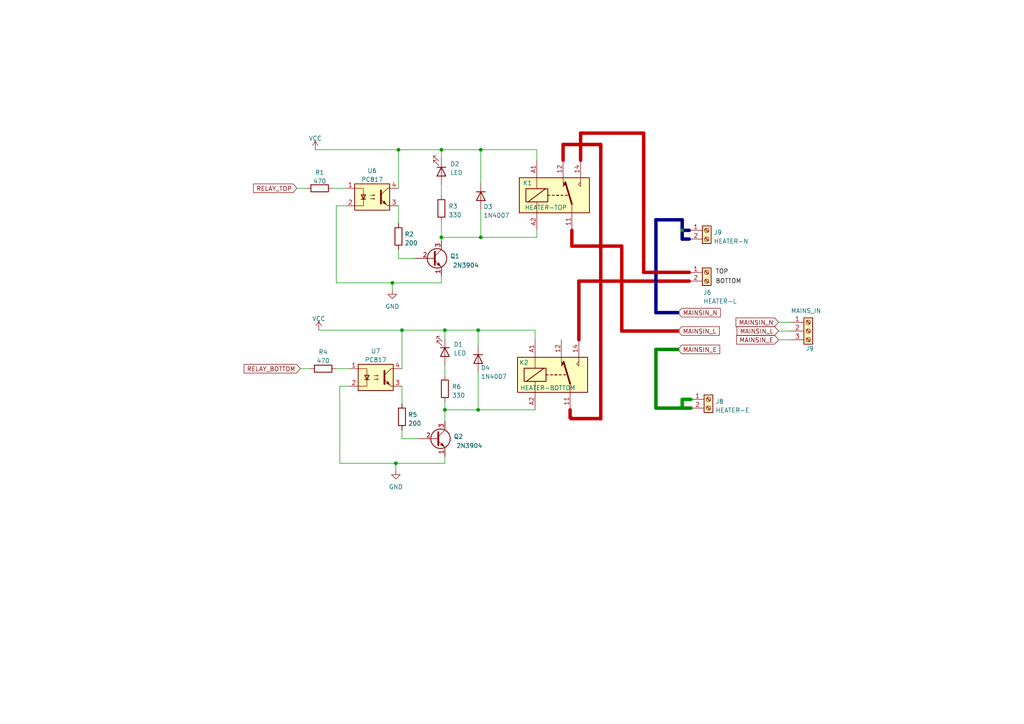
<source format=kicad_sch>
(kicad_sch (version 20230121) (generator eeschema)
  (paper "A4")
  (lib_symbols
    (symbol "Connector:Screw_Terminal_01x02" (pin_names (offset 1.016) hide)
      (property "Reference" "J" (at 0 2.54 0))
      (property "Value" "Screw_Terminal_01x02" (at 0 -5.08 0))
      (symbol "Screw_Terminal_01x02_1_1"
        (rectangle (start -1.27 1.27) (end 1.27 -3.81) (stroke (width 0.254)) (fill (type background)))
        (circle (center 0 -2.54) (radius 0.635) (stroke (width 0.1524)))
        (polyline (pts (xy -0.5334 -2.2098) (xy 0.3302 -3.048)) (stroke (width 0.1524)))
        (polyline (pts (xy -0.5334 0.3302) (xy 0.3302 -0.508)) (stroke (width 0.1524)))
        (polyline (pts (xy -0.3556 -2.032) (xy 0.508 -2.8702)) (stroke (width 0.1524)))
        (polyline (pts (xy -0.3556 0.508) (xy 0.508 -0.3302)) (stroke (width 0.1524)))
        (circle (center 0 0) (radius 0.635) (stroke (width 0.1524)))
        (pin passive line (at -5.08 0 0) (length 3.81) (name "Pin_1") (number "1"))
        (pin passive line (at -5.08 -2.54 0) (length 3.81) (name "Pin_2") (number "2"))
      )
    )
    (symbol "Connector:Screw_Terminal_01x03" (pin_names (offset 1.016) hide)
      (property "Reference" "J" (at 0 5.08 0))
      (property "Value" "Screw_Terminal_01x03" (at 0 -5.08 0))
      (symbol "Screw_Terminal_01x03_1_1"
        (rectangle (start -1.27 3.81) (end 1.27 -3.81) (stroke (width 0.254)) (fill (type background)))
        (circle (center 0 -2.54) (radius 0.635) (stroke (width 0.1524)))
        (polyline (pts (xy -0.5334 -2.2098) (xy 0.3302 -3.048)) (stroke (width 0.1524)))
        (polyline (pts (xy -0.5334 0.3302) (xy 0.3302 -0.508)) (stroke (width 0.1524)))
        (polyline (pts (xy -0.5334 2.8702) (xy 0.3302 2.032)) (stroke (width 0.1524)))
        (polyline (pts (xy -0.3556 -2.032) (xy 0.508 -2.8702)) (stroke (width 0.1524)))
        (polyline (pts (xy -0.3556 0.508) (xy 0.508 -0.3302)) (stroke (width 0.1524)))
        (polyline (pts (xy -0.3556 3.048) (xy 0.508 2.2098)) (stroke (width 0.1524)))
        (circle (center 0 0) (radius 0.635) (stroke (width 0.1524)))
        (circle (center 0 2.54) (radius 0.635) (stroke (width 0.1524)))
        (pin passive line (at -5.08 2.54 0) (length 3.81) (name "Pin_1") (number "1"))
        (pin passive line (at -5.08 0 0) (length 3.81) (name "Pin_2") (number "2"))
        (pin passive line (at -5.08 -2.54 0) (length 3.81) (name "Pin_3") (number "3"))
      )
    )
    (symbol "Device:LED" (pin_numbers hide) (pin_names (offset 1.016) hide)
      (property "Reference" "D" (at 0 2.54 0))
      (property "Value" "LED" (at 0 -2.54 0))
      (symbol "LED_0_1"
        (polyline (pts (xy -1.27 -1.27) (xy -1.27 1.27)) (stroke (width 0.254)))
        (polyline (pts (xy -1.27 0) (xy 1.27 0)))
        (polyline (pts (xy 1.27 -1.27) (xy 1.27 1.27) (xy -1.27 0) (xy 1.27 -1.27)) (stroke (width 0.254)))
        (polyline (pts (xy -3.048 -0.762) (xy -4.572 -2.286) (xy -3.81 -2.286) (xy -4.572 -2.286) (xy -4.572 -1.524)))
        (polyline (pts (xy -1.778 -0.762) (xy -3.302 -2.286) (xy -2.54 -2.286) (xy -3.302 -2.286) (xy -3.302 -1.524)))
      )
      (symbol "LED_1_1"
        (pin passive line (at -3.81 0 0) (length 2.54) (name "K") (number "1"))
        (pin passive line (at 3.81 0 180) (length 2.54) (name "A") (number "2"))
      )
    )
    (symbol "Device:R" (pin_numbers hide) (pin_names (offset 0))
      (property "Reference" "R" (at 2.032 0 90))
      (property "Value" "R" (at 0 0 90))
      (symbol "R_0_1"
        (rectangle (start -1.016 -2.54) (end 1.016 2.54) (stroke (width 0.254)))
      )
      (symbol "R_1_1"
        (pin passive line (at 0 3.81 270) (length 1.27) (name "~") (number "1"))
        (pin passive line (at 0 -3.81 90) (length 1.27) (name "~") (number "2"))
      )
    )
    (symbol "Diode:1N4007" (pin_numbers hide) (pin_names hide)
      (property "Reference" "D" (at 0 2.54 0))
      (property "Value" "1N4007" (at 0 -2.54 0))
      (symbol "1N4007_0_1"
        (polyline (pts (xy -1.27 1.27) (xy -1.27 -1.27)) (stroke (width 0.254)))
        (polyline (pts (xy 1.27 0) (xy -1.27 0)))
        (polyline (pts (xy 1.27 1.27) (xy 1.27 -1.27) (xy -1.27 0) (xy 1.27 1.27)) (stroke (width 0.254)))
      )
      (symbol "1N4007_1_1"
        (pin passive line (at -3.81 0 0) (length 2.54) (name "K") (number "1"))
        (pin passive line (at 3.81 0 180) (length 2.54) (name "A") (number "2"))
      )
    )
    (symbol "Isolator:PC817" (pin_names (offset 1.016))
      (property "Reference" "U" (at -5.08 5.08 0))
      (property "Value" "PC817" (at 0 5.08 0))
      (symbol "PC817_0_1"
        (rectangle (start -5.08 3.81) (end 5.08 -3.81) (stroke (width 0.254)) (fill (type background)))
        (polyline (pts (xy -3.175 -0.635) (xy -1.905 -0.635)) (stroke (width 0.254)))
        (polyline (pts (xy 2.54 0.635) (xy 4.445 2.54)))
        (polyline (pts (xy 4.445 -2.54) (xy 2.54 -0.635)) (fill (type outline)))
        (polyline (pts (xy 4.445 -2.54) (xy 5.08 -2.54)))
        (polyline (pts (xy 4.445 2.54) (xy 5.08 2.54)))
        (polyline (pts (xy -5.08 2.54) (xy -2.54 2.54) (xy -2.54 -0.635)))
        (polyline (pts (xy -2.54 -0.635) (xy -2.54 -2.54) (xy -5.08 -2.54)))
        (polyline (pts (xy 2.54 1.905) (xy 2.54 -1.905) (xy 2.54 -1.905)) (stroke (width 0.508)))
        (polyline (pts (xy -2.54 -0.635) (xy -3.175 0.635) (xy -1.905 0.635) (xy -2.54 -0.635)) (stroke (width 0.254)))
        (polyline (pts (xy -0.508 -0.508) (xy 0.762 -0.508) (xy 0.381 -0.635) (xy 0.381 -0.381) (xy 0.762 -0.508)))
        (polyline (pts (xy -0.508 0.508) (xy 0.762 0.508) (xy 0.381 0.381) (xy 0.381 0.635) (xy 0.762 0.508)))
        (polyline (pts (xy 3.048 -1.651) (xy 3.556 -1.143) (xy 4.064 -2.159) (xy 3.048 -1.651) (xy 3.048 -1.651)) (fill (type outline)))
      )
      (symbol "PC817_1_1"
        (pin passive line (at -7.62 2.54 0) (length 2.54) (name "~") (number "1"))
        (pin passive line (at -7.62 -2.54 0) (length 2.54) (name "~") (number "2"))
        (pin passive line (at 7.62 -2.54 180) (length 2.54) (name "~") (number "3"))
        (pin passive line (at 7.62 2.54 180) (length 2.54) (name "~") (number "4"))
      )
    )
    (symbol "Relay:RAYEX-L90S"
      (property "Reference" "K" (at 11.43 3.81 0))
      (property "Value" "RAYEX-L90S" (at 11.43 1.27 0))
      (symbol "RAYEX-L90S_1_0"
        (polyline (pts (xy 2.54 3.81) (xy 2.54 5.08)))
        (polyline (pts (xy 7.62 3.81) (xy 7.62 5.08)))
        (polyline (pts (xy 7.62 3.81) (xy 7.62 2.54) (xy 6.985 3.175) (xy 7.62 3.81)))
      )
      (symbol "RAYEX-L90S_1_1"
        (rectangle (start -10.16 5.08) (end 10.16 -5.08) (stroke (width 0.254)) (fill (type background)))
        (rectangle (start -8.255 1.905) (end -1.905 -1.905) (stroke (width 0.254)))
        (polyline (pts (xy -7.62 -1.905) (xy -2.54 1.905)) (stroke (width 0.254)))
        (polyline (pts (xy -5.08 -5.08) (xy -5.08 -1.905)))
        (polyline (pts (xy -5.08 5.08) (xy -5.08 1.905)))
        (polyline (pts (xy -1.905 0) (xy -1.27 0)) (stroke (width 0.254)))
        (polyline (pts (xy -0.635 0) (xy 0 0)) (stroke (width 0.254)))
        (polyline (pts (xy 0.635 0) (xy 1.27 0)) (stroke (width 0.254)))
        (polyline (pts (xy 0.635 0) (xy 1.27 0)) (stroke (width 0.254)))
        (polyline (pts (xy 1.905 0) (xy 2.54 0)) (stroke (width 0.254)))
        (polyline (pts (xy 3.175 0) (xy 3.81 0)) (stroke (width 0.254)))
        (polyline (pts (xy 5.08 -2.54) (xy 3.175 3.81)) (stroke (width 0.508)))
        (polyline (pts (xy 5.08 -2.54) (xy 5.08 -5.08)))
        (polyline (pts (xy 2.54 2.54) (xy 3.175 3.175) (xy 2.54 3.81)) (fill (type outline)))
        (pin passive line (at 5.08 -10.16 90) (length 5.08) (name "~") (number "11"))
        (pin passive line (at 2.54 10.16 270) (length 5.08) (name "~") (number "12"))
        (pin passive line (at 7.62 10.16 270) (length 5.08) (name "~") (number "14"))
        (pin passive line (at -5.08 10.16 270) (length 5.08) (name "~") (number "A1"))
        (pin passive line (at -5.08 -10.16 90) (length 5.08) (name "~") (number "A2"))
      )
    )
    (symbol "Transistor_BJT:2N3904" (pin_names (offset 0) hide)
      (property "Reference" "Q" (at 5.08 1.905 0))
      (property "Value" "2N3904" (at 5.08 0 0))
      (symbol "2N3904_0_1"
        (polyline (pts (xy 0.635 0.635) (xy 2.54 2.54)))
        (polyline (pts (xy 0.635 -0.635) (xy 2.54 -2.54) (xy 2.54 -2.54)))
        (polyline (pts (xy 0.635 1.905) (xy 0.635 -1.905) (xy 0.635 -1.905)) (stroke (width 0.508)))
        (polyline (pts (xy 1.27 -1.778) (xy 1.778 -1.27) (xy 2.286 -2.286) (xy 1.27 -1.778) (xy 1.27 -1.778)) (fill (type outline)))
        (circle (center 1.27 0) (radius 2.8194) (stroke (width 0.254)))
      )
      (symbol "2N3904_1_1"
        (pin passive line (at 2.54 -5.08 90) (length 2.54) (name "E") (number "1"))
        (pin passive line (at -5.08 0 0) (length 5.715) (name "B") (number "2"))
        (pin passive line (at 2.54 5.08 270) (length 2.54) (name "C") (number "3"))
      )
    )
    (symbol "power:GND" (power) (pin_names (offset 0))
      (property "Value" "GND" (at 0 -3.81 0))
      (symbol "GND_0_1"
        (polyline (pts (xy 0 0) (xy 0 -1.27) (xy 1.27 -1.27) (xy 0 -2.54) (xy -1.27 -1.27) (xy 0 -1.27)))
      )
      (symbol "GND_1_1"
        (pin power_in line (at 0 0 270) (length 0) hide (name "GND") (number "1"))
      )
    )
    (symbol "power:VCC" (power) (pin_names (offset 0))
      (property "Value" "VCC" (at 0 3.81 0))
      (symbol "VCC_0_1"
        (polyline (pts (xy -0.762 1.27) (xy 0 2.54)))
        (polyline (pts (xy 0 0) (xy 0 2.54)))
        (polyline (pts (xy 0 2.54) (xy 0.762 1.27)))
      )
      (symbol "VCC_1_1"
        (pin power_in line (at 0 0 90) (length 0) hide (name "VCC") (number "1"))
      )
    )
  )
  (junction (at 138.684 118.872))
  (junction (at 138.684 95.758))
  (junction (at 197.866 66.802))
  (junction (at 197.866 118.364))
  (junction (at 113.792 82.042))
  (junction (at 128.016 43.434))
  (junction (at 116.586 95.758))
  (junction (at 139.446 43.434))
  (junction (at 115.57 43.434))
  (junction (at 129.032 95.758))
  (junction (at 139.446 68.834))
  (junction (at 128.016 68.834))
  (junction (at 129.032 118.872))
  (junction (at 114.808 134.366))
  (wire (pts (xy 186.69 38.608) (xy 186.69 78.994)) (stroke (width 1) (color 194 0 0 1)))
  (wire (pts (xy 113.792 82.042) (xy 113.792 84.074)))
  (wire (pts (xy 114.808 134.366) (xy 114.808 136.398)))
  (wire (pts (xy 199.898 69.342) (xy 197.866 69.342)) (stroke (width 1) (color 0 0 132 1)))
  (wire (pts (xy 129.032 95.758) (xy 138.684 95.758)))
  (wire (pts (xy 174.244 41.91) (xy 163.322 41.91)) (stroke (width 1) (color 194 0 0 1)))
  (wire (pts (xy 128.016 64.262) (xy 128.016 68.834)))
  (wire (pts (xy 139.446 68.834) (xy 128.016 68.834)))
  (wire (pts (xy 167.894 81.534) (xy 167.894 98.552)) (stroke (width 1) (color 194 0 0 1)))
  (wire (pts (xy 115.57 59.69) (xy 115.57 64.77)))
  (wire (pts (xy 100.33 59.69) (xy 97.536 59.69)))
  (wire (pts (xy 165.862 66.802) (xy 165.862 71.374)) (stroke (width 1) (color 194 0 0 1)))
  (wire (pts (xy 190.246 118.364) (xy 197.866 118.364)) (stroke (width 1) (color 0 132 0 1)))
  (wire (pts (xy 155.194 95.758) (xy 138.684 95.758)))
  (wire (pts (xy 115.57 43.434) (xy 115.57 54.61)))
  (wire (pts (xy 92.456 95.758) (xy 116.586 95.758)))
  (wire (pts (xy 129.032 105.918) (xy 129.032 108.966)))
  (wire (pts (xy 155.194 118.872) (xy 138.684 118.872)))
  (wire (pts (xy 101.346 112.014) (xy 98.552 112.014)))
  (wire (pts (xy 190.246 63.754) (xy 197.866 63.754)) (stroke (width 1) (color 0 0 132 1)))
  (wire (pts (xy 128.016 53.594) (xy 128.016 56.642)))
  (wire (pts (xy 225.806 98.552) (xy 229.362 98.552)))
  (wire (pts (xy 139.446 68.834) (xy 155.702 68.834)))
  (wire (pts (xy 180.34 96.012) (xy 196.596 96.012)) (stroke (width 1) (color 194 0 0 1)))
  (wire (pts (xy 97.536 106.934) (xy 101.346 106.934)))
  (wire (pts (xy 168.402 38.608) (xy 168.402 46.482)) (stroke (width 1) (color 194 0 0 1)))
  (wire (pts (xy 225.806 96.012) (xy 229.362 96.012)))
  (wire (pts (xy 190.246 101.346) (xy 196.596 101.346)) (stroke (width 1) (color 0 132 0 1)))
  (wire (pts (xy 165.608 121.158) (xy 165.354 121.158)) (stroke (width 1) (color 194 0 0 1)))
  (wire (pts (xy 197.866 118.364) (xy 200.406 118.364)) (stroke (width 1) (color 0 132 0 1)))
  (wire (pts (xy 115.57 72.39) (xy 115.57 74.93)))
  (wire (pts (xy 116.586 95.758) (xy 129.032 95.758)))
  (wire (pts (xy 128.016 43.434) (xy 139.446 43.434)))
  (wire (pts (xy 155.194 98.552) (xy 155.194 95.758)))
  (wire (pts (xy 139.446 60.706) (xy 139.446 68.834)))
  (wire (pts (xy 163.322 41.91) (xy 163.322 46.482)) (stroke (width 1) (color 194 0 0 1)))
  (wire (pts (xy 180.34 71.374) (xy 165.862 71.374)) (stroke (width 1) (color 194 0 0 1)))
  (wire (pts (xy 138.684 95.758) (xy 138.684 100.33)))
  (wire (pts (xy 129.032 132.334) (xy 129.032 134.366)))
  (wire (pts (xy 128.016 68.834) (xy 128.016 69.85)))
  (wire (pts (xy 200.406 115.824) (xy 197.866 115.824)) (stroke (width 1)))
  (wire (pts (xy 225.806 93.472) (xy 229.362 93.472)))
  (wire (pts (xy 190.246 90.678) (xy 196.596 90.678)) (stroke (width 1) (color 0 0 132 1)))
  (wire (pts (xy 167.894 81.534) (xy 199.898 81.534)) (stroke (width 1) (color 194 0 0 1)))
  (wire (pts (xy 197.866 69.342) (xy 197.866 66.802)) (stroke (width 1) (color 0 0 132 1)))
  (wire (pts (xy 174.244 41.91) (xy 174.244 121.412)) (stroke (width 1) (color 194 0 0 1)))
  (wire (pts (xy 186.69 38.608) (xy 168.402 38.608)) (stroke (width 1) (color 194 0 0 1)))
  (wire (pts (xy 138.684 107.95) (xy 138.684 118.872)))
  (wire (pts (xy 114.808 134.366) (xy 129.032 134.366)))
  (wire (pts (xy 155.702 68.834) (xy 155.702 66.802)))
  (wire (pts (xy 197.866 63.754) (xy 197.866 66.802)) (stroke (width 1) (color 0 0 132 1)))
  (wire (pts (xy 96.52 54.61) (xy 100.33 54.61)))
  (wire (pts (xy 139.446 43.434) (xy 139.446 53.086)))
  (wire (pts (xy 197.866 115.824) (xy 197.866 118.364)) (stroke (width 1)))
  (wire (pts (xy 197.866 66.802) (xy 197.866 66.548)))
  (wire (pts (xy 165.608 121.158) (xy 165.608 121.412)) (stroke (width 1) (color 194 0 0 1)))
  (wire (pts (xy 128.016 43.434) (xy 128.016 45.974)))
  (wire (pts (xy 138.684 95.504) (xy 138.684 95.758)))
  (wire (pts (xy 155.702 43.434) (xy 155.702 46.482)))
  (wire (pts (xy 97.536 82.042) (xy 113.792 82.042)))
  (wire (pts (xy 116.586 124.714) (xy 116.586 127.254)))
  (wire (pts (xy 116.586 112.014) (xy 116.586 117.094)))
  (wire (pts (xy 128.016 80.01) (xy 128.016 82.042)))
  (wire (pts (xy 97.536 59.69) (xy 97.536 82.042)))
  (wire (pts (xy 113.792 82.042) (xy 128.016 82.042)))
  (wire (pts (xy 116.586 127.254) (xy 121.412 127.254)))
  (wire (pts (xy 98.552 112.014) (xy 98.552 134.366)))
  (wire (pts (xy 98.552 134.366) (xy 114.808 134.366)))
  (wire (pts (xy 86.106 54.61) (xy 88.9 54.61)))
  (wire (pts (xy 115.57 43.434) (xy 128.016 43.434)))
  (wire (pts (xy 91.44 43.434) (xy 115.57 43.434)))
  (wire (pts (xy 139.446 43.434) (xy 155.702 43.434)))
  (wire (pts (xy 190.246 101.346) (xy 190.246 118.364)) (stroke (width 1) (color 0 132 0 1)))
  (wire (pts (xy 197.866 66.802) (xy 199.898 66.802)) (stroke (width 1) (color 0 0 132 1)))
  (wire (pts (xy 87.122 106.934) (xy 89.916 106.934)))
  (wire (pts (xy 190.246 90.678) (xy 190.246 63.754)) (stroke (width 1) (color 0 0 132 1)))
  (wire (pts (xy 186.69 78.994) (xy 199.898 78.994)) (stroke (width 1) (color 194 0 0 1)))
  (wire (pts (xy 115.57 74.93) (xy 120.396 74.93)))
  (wire (pts (xy 165.354 121.158) (xy 165.354 118.872)) (stroke (width 1) (color 194 0 0 1)))
  (wire (pts (xy 129.032 116.586) (xy 129.032 118.872)))
  (wire (pts (xy 129.032 118.872) (xy 129.032 122.174)))
  (wire (pts (xy 180.34 71.374) (xy 180.34 96.012)) (stroke (width 1) (color 194 0 0 1)))
  (wire (pts (xy 174.244 121.412) (xy 165.608 121.412)) (stroke (width 1) (color 194 0 0 1)))
  (wire (pts (xy 129.032 118.872) (xy 138.684 118.872)))
  (wire (pts (xy 129.032 95.758) (xy 129.032 98.298)))
  (wire (pts (xy 116.586 95.758) (xy 116.586 106.934)))
  (label "BOTTOM" (at 207.518 82.55 0))
  (label "TOP" (at 207.518 79.756 0))
  (global_label "RELAY_BOTTOM" (shape input) (at 87.122 106.934 180) (property "Intersheetrefs" "${INTERSHEET_REFS}" (effects hide)))
  (global_label "MAINSIN_E" (shape input) (at 225.806 98.552 180) (property "Intersheetrefs" "${INTERSHEET_REFS}" (effects hide)))
  (global_label "MAINSIN_L" (shape input) (at 225.806 96.012 180) (property "Intersheetrefs" "${INTERSHEET_REFS}" (effects hide)))
  (global_label "RELAY_TOP" (shape input) (at 86.106 54.61 180) (property "Intersheetrefs" "${INTERSHEET_REFS}" (effects hide)))
  (global_label "MAINSIN_N" (shape input) (at 225.806 93.472 180) (property "Intersheetrefs" "${INTERSHEET_REFS}" (effects hide)))
  (global_label "MAINSIN_E" (shape input) (at 196.596 101.346 0) (property "Intersheetrefs" "${INTERSHEET_REFS}" (effects hide)))
  (global_label "MAINSIN_L" (shape input) (at 196.596 96.012 0) (property "Intersheetrefs" "${INTERSHEET_REFS}" (effects hide)))
  (global_label "MAINSIN_N" (shape input) (at 196.596 90.678 0) (property "Intersheetrefs" "${INTERSHEET_REFS}" (effects hide)))
  (netclass_flag "" (length 2.54) (shape round) (at 174.244 45.212 0) (property "Netclass" "MAINS" (effects hide)))
  (symbol (lib_id "power:GND") (at 113.792 84.074 0) (unit 1)
    (property "Reference" "#PWR02" (effects hide))
    (property "Value" "GND" (at 113.792 88.9 0))
    (instances (project "immersion-controller" (path "" (reference "#PWR02") (unit 1)) (path "" (reference "#PWR010") (unit 1))))
  )
  (symbol (lib_id "Device:LED") (at 128.016 49.784 270) (unit 1)
    (property "Reference" "D2" (at 130.556 47.5615 90) (effects (justify left)))
    (property "Value" "LED" (at 130.556 50.1015 90) (effects (justify left)))
    (property "Footprint" "Diode_SMD:D_1210_3225Metric_Pad1.42x2.65mm_HandSolder" (effects hide))
    (instances (project "immersion-controller" (path "" (reference "D2") (unit 1)) (path "" (reference "D6") (unit 1))))
  )
  (symbol (lib_id "Device:R") (at 92.71 54.61 90) (unit 1)
    (property "Reference" "R1" (at 92.71 50.038 90))
    (property "Value" "470" (at 92.71 52.578 90))
    (property "Footprint" "Resistor_SMD:R_0805_2012Metric" (effects hide))
    (instances (project "immersion-controller" (path "" (reference "R1") (unit 1)) (path "" (reference "R8") (unit 1))))
  )
  (symbol (lib_id "Diode:1N4007") (at 139.446 56.896 270) (unit 1)
    (property "Reference" "D3" (at 140.208 59.944 90) (effects (justify left)))
    (property "Value" "1N4007" (at 140.208 62.484 90) (effects (justify left)))
    (property "Footprint" "Diode_SMD:D_1210_3225Metric" (effects hide))
    (property "Datasheet" "http://www.vishay.com/docs/88503/1n4001.pdf" (effects hide))
    (property "Sim.Device" "D" (effects hide))
    (property "Sim.Pins" "1=K 2=A" (effects hide))
    (instances (project "immersion-controller" (path "" (reference "D3") (unit 1)) (path "" (reference "D9") (unit 1))))
  )
  (symbol (lib_id "Device:LED") (at 129.032 102.108 270) (unit 1)
    (property "Reference" "D1" (at 131.572 99.8855 90) (effects (justify left)))
    (property "Value" "LED" (at 131.572 102.4255 90) (effects (justify left)))
    (property "Footprint" "Diode_SMD:D_1210_3225Metric_Pad1.42x2.65mm_HandSolder" (effects hide))
    (instances (project "immersion-controller" (path "" (reference "D1") (unit 1)) (path "" (reference "D7") (unit 1))))
  )
  (symbol (lib_id "Device:R") (at 93.726 106.934 90) (unit 1)
    (property "Reference" "R4" (at 93.726 102.108 90))
    (property "Value" "470" (at 93.726 104.648 90))
    (property "Footprint" "Resistor_SMD:R_0805_2012Metric" (effects hide))
    (instances (project "immersion-controller" (path "" (reference "R4") (unit 1)) (path "" (reference "R9") (unit 1))))
  )
  (symbol (lib_id "Isolator:PC817") (at 107.95 57.15 0) (unit 1)
    (property "Reference" "U6" (at 107.95 49.53 0))
    (property "Value" "PC817" (at 107.95 52.07 0))
    (property "Footprint" "Package_DIP:DIP-4_W7.62mm" (effects hide))
    (property "Datasheet" "http://www.soselectronic.cz/a_info/resource/d/pc817.pdf" (effects hide))
    (instances (project "immersion-controller" (path "" (reference "U6") (unit 1)) (path "" (reference "U9") (unit 1))))
  )
  (symbol (lib_id "power:GND") (at 114.808 136.398 0) (unit 1)
    (property "Reference" "#PWR04" (effects hide))
    (property "Value" "GND" (at 114.808 141.224 0))
    (instances (project "immersion-controller" (path "" (reference "#PWR04") (unit 1)) (path "" (reference "#PWR011") (unit 1))))
  )
  (symbol (lib_id "Diode:1N4007") (at 138.684 104.14 270) (unit 1)
    (property "Reference" "D4" (at 139.446 106.68 90) (effects (justify left)))
    (property "Value" "1N4007" (at 139.446 109.22 90) (effects (justify left)))
    (property "Footprint" "Diode_SMD:D_1210_3225Metric" (effects hide))
    (property "Datasheet" "http://www.vishay.com/docs/88503/1n4001.pdf" (effects hide))
    (property "Sim.Device" "D" (effects hide))
    (property "Sim.Pins" "1=K 2=A" (effects hide))
    (instances (project "immersion-controller" (path "" (reference "D4") (unit 1)) (path "" (reference "D8") (unit 1))))
  )
  (symbol (lib_id "Relay:RAYEX-L90S") (at 160.782 56.642 0) (unit 1)
    (property "Reference" "K1" (at 151.638 53.086 0) (effects (justify left)))
    (property "Value" "HEATER-TOP" (at 152.146 60.198 0) (effects (justify left)))
    (property "Footprint" "Relay_THT:Relay_SPDT_RAYEX-L90S" (effects hide))
    (property "Datasheet" "https://a3.sofastcdn.com/attachment/7jioKBjnRiiSrjrjknRiwS77gwbf3zmp/L90-SERIES.pdf" (effects hide))
    (instances (project "immersion-controller" (path "" (reference "K1") (unit 1)) (path "" (reference "K4") (unit 1))))
  )
  (symbol (lib_id "Device:R") (at 129.032 112.776 0) (unit 1)
    (property "Reference" "R6" (at 131.064 112.141 0) (effects (justify left)))
    (property "Value" "330" (at 131.064 114.681 0) (effects (justify left)))
    (property "Footprint" "Resistor_SMD:R_0805_2012Metric" (effects hide))
    (instances (project "immersion-controller" (path "" (reference "R6") (unit 1)) (path "" (reference "R13") (unit 1))))
  )
  (symbol (lib_id "Connector:Screw_Terminal_01x02") (at 204.978 78.994 0) (unit 1)
    (property "Reference" "J6" (at 203.962 84.836 0) (effects (justify left)))
    (property "Value" "HEATER-L" (at 203.962 87.376 0) (effects (justify left)))
    (property "Footprint" "TerminalBlock_Dinkle:TerminalBlock_Dinkle_DT-55-B01X-02_P10.00mm" (effects hide))
    (instances (project "immersion-controller" (path "" (reference "J6") (unit 1)) (path "" (reference "J8") (unit 1))))
  )
  (symbol (lib_id "power:VCC") (at 92.456 95.758 0) (unit 1)
    (property "Reference" "#PWR03" (effects hide))
    (property "Value" "VCC" (at 92.456 92.456 0))
    (instances (project "immersion-controller" (path "" (reference "#PWR03") (unit 1)) (path "" (reference "#PWR09") (unit 1))))
  )
  (symbol (lib_id "Connector:Screw_Terminal_01x02") (at 204.978 66.802 0) (unit 1)
    (property "Reference" "J9" (at 207.01 67.437 0) (effects (justify left)))
    (property "Value" "HEATER-N" (at 207.01 69.977 0) (effects (justify left)))
    (property "Footprint" "TerminalBlock_Dinkle:TerminalBlock_Dinkle_DT-55-B01X-02_P10.00mm" (effects hide))
    (instances (project "immersion-controller" (path "" (reference "J9") (unit 1)) (path "" (reference "J7") (unit 1))))
  )
  (symbol (lib_id "Connector:Screw_Terminal_01x02") (at 205.486 115.824 0) (unit 1)
    (property "Reference" "J8" (at 207.518 116.459 0) (effects (justify left)))
    (property "Value" "HEATER-E" (at 207.518 118.999 0) (effects (justify left)))
    (property "Footprint" "TerminalBlock_Dinkle:TerminalBlock_Dinkle_DT-55-B01X-02_P10.00mm" (effects hide))
    (instances (project "immersion-controller" (path "" (reference "J8") (unit 1)) (path "" (reference "J6") (unit 1))))
  )
  (symbol (lib_id "Device:R") (at 128.016 60.452 0) (unit 1)
    (property "Reference" "R3" (at 130.048 59.817 0) (effects (justify left)))
    (property "Value" "330" (at 130.048 62.357 0) (effects (justify left)))
    (property "Footprint" "Resistor_SMD:R_0805_2012Metric" (effects hide))
    (instances (project "immersion-controller" (path "" (reference "R3") (unit 1)) (path "" (reference "R12") (unit 1))))
  )
  (symbol (lib_id "Transistor_BJT:2N3904") (at 125.476 74.93 0) (unit 1)
    (property "Reference" "Q1" (at 130.556 74.295 0) (effects (justify left)))
    (property "Value" "2N3904" (at 131.318 76.962 0) (effects (justify left)))
    (property "Footprint" "Package_TO_SOT_SMD:SOT-23" (effects hide))
    (property "Datasheet" "https://www.onsemi.com/pub/Collateral/2N3903-D.PDF" (effects hide))
    (instances (project "immersion-controller" (path "" (reference "Q1") (unit 1)) (path "" (reference "Q3") (unit 1))))
  )
  (symbol (lib_id "Connector:Screw_Terminal_01x03") (at 234.442 96.012 0) (unit 1)
    (property "Reference" "J9" (at 233.68 101.092 0) (effects (justify left)))
    (property "Value" "MAINS_IN" (at 229.362 90.17 0) (effects (justify left)))
    (property "Footprint" "TerminalBlock_Dinkle:TerminalBlock_Dinkle_DT-55-B01X-03_P10.00mm" (effects hide))
  )
  (symbol (lib_id "Isolator:PC817") (at 108.966 109.474 0) (unit 1)
    (property "Reference" "U7" (at 108.966 101.854 0))
    (property "Value" "PC817" (at 108.966 104.394 0))
    (property "Footprint" "Package_DIP:DIP-4_W7.62mm" (effects hide))
    (property "Datasheet" "http://www.soselectronic.cz/a_info/resource/d/pc817.pdf" (effects hide))
    (instances (project "immersion-controller" (path "" (reference "U7") (unit 1)) (path "" (reference "U10") (unit 1))))
  )
  (symbol (lib_id "power:VCC") (at 91.44 43.434 0) (unit 1)
    (property "Reference" "#PWR01" (effects hide))
    (property "Value" "VCC" (at 91.44 40.132 0))
    (instances (project "immersion-controller" (path "" (reference "#PWR01") (unit 1)) (path "" (reference "#PWR08") (unit 1))))
  )
  (symbol (lib_id "Relay:RAYEX-L90S") (at 160.274 108.712 0) (unit 1)
    (property "Reference" "K2" (at 150.622 105.156 0) (effects (justify left)))
    (property "Value" "HEATER-BOTTOM" (at 150.876 112.522 0) (effects (justify left)))
    (property "Footprint" "Relay_THT:Relay_SPDT_RAYEX-L90S" (effects hide))
    (property "Datasheet" "https://a3.sofastcdn.com/attachment/7jioKBjnRiiSrjrjknRiwS77gwbf3zmp/L90-SERIES.pdf" (effects hide))
    (instances (project "immersion-controller" (path "" (reference "K2") (unit 1)) (path "" (reference "K3") (unit 1))))
  )
  (symbol (lib_id "Transistor_BJT:2N3904") (at 126.492 127.254 0) (unit 1)
    (property "Reference" "Q2" (at 131.572 126.619 0) (effects (justify left)))
    (property "Value" "2N3904" (at 132.334 129.286 0) (effects (justify left)))
    (property "Footprint" "Package_TO_SOT_SMD:SOT-23" (effects hide))
    (property "Datasheet" "https://www.onsemi.com/pub/Collateral/2N3903-D.PDF" (effects hide))
    (instances (project "immersion-controller" (path "" (reference "Q2") (unit 1)) (path "" (reference "Q4") (unit 1))))
  )
  (symbol (lib_id "Device:R") (at 115.57 68.58 0) (unit 1)
    (property "Reference" "R2" (at 117.348 67.945 0) (effects (justify left)))
    (property "Value" "200" (at 117.348 70.485 0) (effects (justify left)))
    (property "Footprint" "Resistor_SMD:R_0805_2012Metric" (effects hide))
    (instances (project "immersion-controller" (path "" (reference "R2") (unit 1)) (path "" (reference "R10") (unit 1))))
  )
  (symbol (lib_id "Device:R") (at 116.586 120.904 0) (unit 1)
    (property "Reference" "R5" (at 118.364 120.269 0) (effects (justify left)))
    (property "Value" "200" (at 118.364 122.809 0) (effects (justify left)))
    (property "Footprint" "Resistor_SMD:R_0805_2012Metric" (effects hide))
    (instances (project "immersion-controller" (path "" (reference "R5") (unit 1)) (path "" (reference "R11") (unit 1))))
  )
)
</source>
